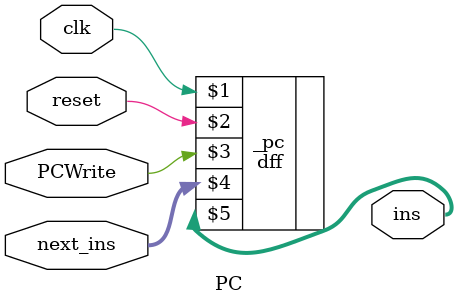
<source format=v>
module PC (
    input           clk, reset,
    input  [15 : 0] next_ins,
    input           PCWrite,
    output [15 : 0] ins
    );

    dff #(16) _pc(clk, reset, PCWrite, next_ins, ins);

    // always @ ( * ) begin
    //     $display("[pc] time: %h, PCWrite: %b, next_ins: %h, ins: %h", $time, PCWrite, next_ins, ins);
    // end

endmodule // PC

</source>
